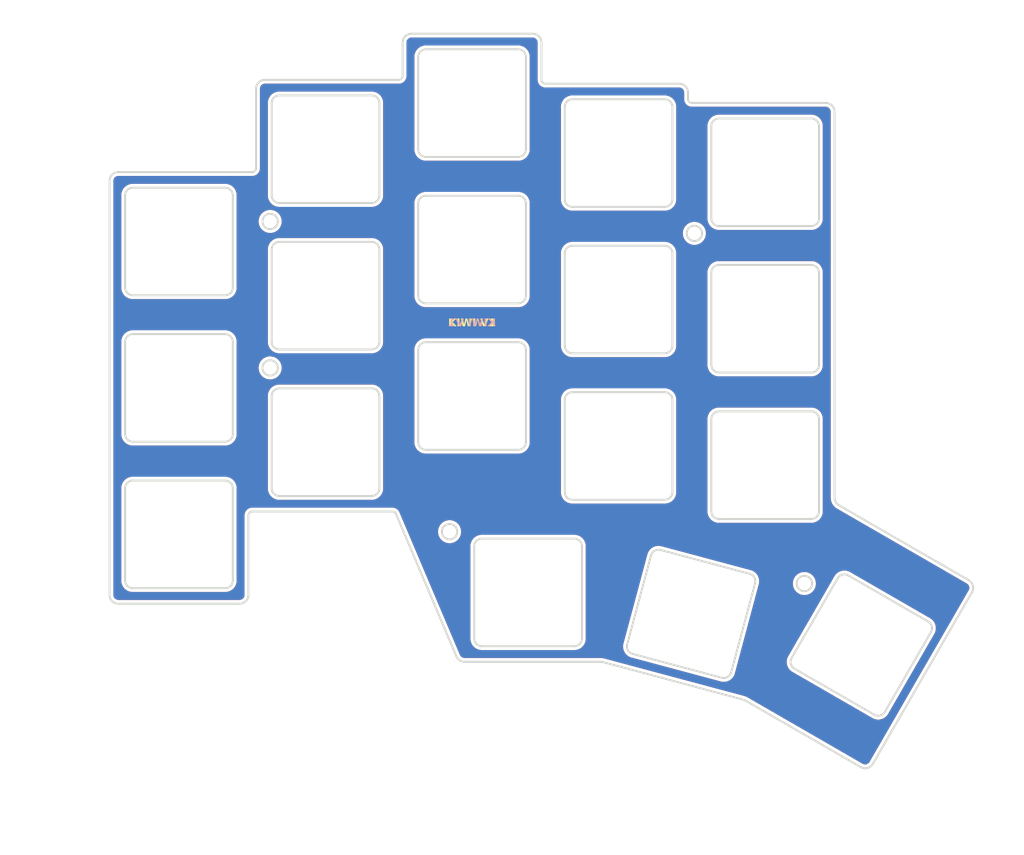
<source format=kicad_pcb>
(kicad_pcb (version 20240108) (generator "pcbnew") (generator_version "8.0")
  (layers (0 "F.Cu" signal) (31 "B.Cu" signal) (34 "B.Paste" user) (35 "F.Paste" user) (36 "B.SilkS" user "B.Silkscreen") (37 "F.SilkS" user "F.Silkscreen") (38 "B.Mask" user) (39 "F.Mask" user) (44 "Edge.Cuts" user))
  (net 0 "")
  (gr_arc (start 113.026532 58.889338) (mid 113.733638 59.182231) (end 114.026531 59.889337) (stroke (width 0.254)) (layer "Edge.Cuts"))
  (gr_line (start 101.02653 77.939338) (end 113.026532 77.939338) (stroke (width 0.254)) (layer "Edge.Cuts"))
  (gr_arc (start 93.976532 89.939338) (mid 94.683638 90.232231) (end 94.976531 90.939337) (stroke (width 0.254)) (layer "Edge.Cuts"))
  (gr_arc (start 80.976531 71.889337) (mid 81.269424 71.182231) (end 81.97653 70.889338) (stroke (width 0.254)) (layer "Edge.Cuts"))
  (gr_line (start 81.97653 108.989338) (end 93.976532 108.989338) (stroke (width 0.254)) (layer "Edge.Cuts"))
  (gr_line (start 133.076531 53.889338) (end 133.076531 65.88934) (stroke (width 0.254)) (layer "Edge.Cuts"))
  (gr_arc (start 125.099039 132.564338) (mid 124.464052 132.373134) (end 124.040217 131.863103) (stroke (width 0.254)) (layer "Edge.Cuts"))
  (gr_arc (start 94.976531 83.88934) (mid 94.683638 84.596445) (end 93.976533 84.889338) (stroke (width 0.254)) (layer "Edge.Cuts"))
  (gr_arc (start 173.776486 112.209325) (mid 173.355579 111.788406) (end 173.201531 111.213422) (stroke (width 0.254)) (layer "Edge.Cuts"))
  (gr_line (start 138.126531 91.429595) (end 138.126531 79.43926) (stroke (width 0.254)) (layer "Edge.Cuts"))
  (gr_arc (start 138.126531 60.38926) (mid 138.419401 59.68221) (end 139.126451 59.389338) (stroke (width 0.254)) (layer "Edge.Cuts"))
  (gr_line (start 157.176531 93.929595) (end 157.176531 81.93929) (stroke (width 0.254)) (layer "Edge.Cuts"))
  (gr_arc (start 120.07653 104.989338) (mid 119.369424 104.696445) (end 119.076531 103.989339) (stroke (width 0.254)) (layer "Edge.Cuts"))
  (gr_circle (center 99.830531 94.334338) (end 100.830531 94.334338) (stroke (width 0.254)) (fill none) (layer "Edge.Cuts"))
  (gr_arc (start 93.976532 70.889338) (mid 94.683638 71.182231) (end 94.976531 71.889337) (stroke (width 0.254)) (layer "Edge.Cuts"))
  (gr_arc (start 133.076531 103.98934) (mid 132.783638 104.696447) (end 132.076531 104.98934) (stroke (width 0.254)) (layer "Edge.Cuts"))
  (gr_arc (start 132.076531 52.889338) (mid 132.783621 53.182234) (end 133.076531 53.889338) (stroke (width 0.254)) (layer "Edge.Cuts"))
  (gr_line (start 120.07653 90.989338) (end 132.076531 90.989338) (stroke (width 0.254)) (layer "Edge.Cuts"))
  (gr_arc (start 81.97653 84.889338) (mid 81.269424 84.596445) (end 80.976531 83.88934) (stroke (width 0.254)) (layer "Edge.Cuts"))
  (gr_line (start 119.076531 65.88934) (end 119.076531 53.889337) (stroke (width 0.254)) (layer "Edge.Cuts"))
  (gr_line (start 138.126531 72.379595) (end 138.126531 60.38926) (stroke (width 0.254)) (layer "Edge.Cuts"))
  (gr_circle (center 169.280531 122.384338) (end 170.280531 122.384338) (stroke (width 0.254)) (fill none) (layer "Edge.Cuts"))
  (gr_arc (start 179.73874 139.085438) (mid 179.12749 139.552468) (end 178.365459 139.447345) (stroke (width 0.254)) (layer "Edge.Cuts"))
  (gr_arc (start 161.226919 137.460754) (mid 161.474672 137.544855) (end 161.709331 137.660568) (stroke (width 0.254)) (layer "Edge.Cuts"))
  (gr_arc (start 159.765105 133.936595) (mid 159.299181 134.543782) (end 158.540353 134.643733) (stroke (width 0.254)) (layer "Edge.Cuts"))
  (gr_arc (start 157.176531 81.93929) (mid 157.46943 81.232219) (end 158.176531 80.939338) (stroke (width 0.254)) (layer "Edge.Cuts"))
  (gr_line (start 80.976531 83.88934) (end 80.976531 71.889337) (stroke (width 0.254)) (layer "Edge.Cuts"))
  (gr_line (start 80.976531 121.98934) (end 80.976531 109.989337) (stroke (width 0.254)) (layer "Edge.Cuts"))
  (gr_arc (start 157.176531 100.98929) (mid 157.46943 100.282219) (end 158.176531 99.989338) (stroke (width 0.254)) (layer "Edge.Cuts"))
  (gr_arc (start 151.126531 59.389338) (mid 151.833621 59.682234) (end 152.126531 60.389338) (stroke (width 0.254)) (layer "Edge.Cuts"))
  (gr_arc (start 157.176531 62.88929) (mid 157.46943 62.182219) (end 158.176531 61.889338) (stroke (width 0.254)) (layer "Edge.Cuts"))
  (gr_arc (start 117.051531 52.014338) (mid 117.388358 51.201165) (end 118.201531 50.864338) (stroke (width 0.254)) (layer "Edge.Cuts"))
  (gr_arc (start 114.026531 71.88934) (mid 113.733638 72.596445) (end 113.026533 72.889338) (stroke (width 0.254)) (layer "Edge.Cuts"))
  (gr_arc (start 133.076531 84.93934) (mid 132.783638 85.646447) (end 132.076531 85.93934) (stroke (width 0.254)) (layer "Edge.Cuts"))
  (gr_arc (start 80.976531 90.939337) (mid 81.269424 90.232231) (end 81.976531 89.939338) (stroke (width 0.254)) (layer "Edge.Cuts"))
  (gr_arc (start 101.02653 91.939338) (mid 100.319424 91.646445) (end 100.026531 90.93934) (stroke (width 0.254)) (layer "Edge.Cuts"))
  (gr_arc (start 101.02653 110.999338) (mid 100.319424 110.706445) (end 100.026531 109.999339) (stroke (width 0.254)) (layer "Edge.Cuts"))
  (gr_line (start 132.076531 66.889338) (end 120.07653 66.889338) (stroke (width 0.254)) (layer "Edge.Cuts"))
  (gr_arc (start 94.976531 102.93934) (mid 94.683638 103.646445) (end 93.976533 103.939338) (stroke (width 0.254)) (layer "Edge.Cuts"))
  (gr_line (start 93.976533 103.939338) (end 81.97653 103.939338) (stroke (width 0.254)) (layer "Edge.Cuts"))
  (gr_line (start 170.166332 94.939338) (end 158.176531 94.939338) (stroke (width 0.254)) (layer "Edge.Cuts"))
  (gr_line (start 158.176531 99.989338) (end 170.176431 99.989338) (stroke (width 0.254)) (layer "Edge.Cuts"))
  (gr_arc (start 97.001531 113.514339) (mid 97.147978 113.160785) (end 97.501532 113.014338) (stroke (width 0.254)) (layer "Edge.Cuts"))
  (gr_line (start 146.243166 130.309315) (end 149.347955 118.722084) (stroke (width 0.254)) (layer "Edge.Cuts"))
  (gr_line (start 81.97653 70.889338) (end 93.976532 70.889338) (stroke (width 0.254)) (layer "Edge.Cuts"))
  (gr_line (start 80.976531 102.93934) (end 80.976531 90.939337) (stroke (width 0.254)) (layer "Edge.Cuts"))
  (gr_line (start 97.001531 123.864339) (end 97.001531 113.514339) (stroke (width 0.254)) (layer "Edge.Cuts"))
  (gr_arc (start 127.362531 130.539338) (mid 126.655426 130.246445) (end 126.362531 129.53934) (stroke (width 0.254)) (layer "Edge.Cuts"))
  (gr_arc (start 162.163846 121.120779) (mid 162.772315 121.588907) (end 162.869611 122.350426) (stroke (width 0.254)) (layer "Edge.Cuts"))
  (gr_line (start 132.076531 104.98934) (end 132.076531 104.989338) (stroke (width 0.254)) (layer "Edge.Cuts"))
  (gr_arc (start 80.10153 125.014338) (mid 79.288358 124.677511) (end 78.951531 123.864339) (stroke (width 0.254)) (layer "Edge.Cuts"))
  (gr_line (start 170.166332 113.989338) (end 158.176531 113.989338) (stroke (width 0.254)) (layer "Edge.Cuts"))
  (gr_arc (start 133.076531 65.88934) (mid 132.783638 66.596447) (end 132.076531 66.88934) (stroke (width 0.254)) (layer "Edge.Cuts"))
  (gr_line (start 97.501529 68.864338) (end 80.101531 68.864338) (stroke (width 0.254)) (layer "Edge.Cuts"))
  (gr_arc (start 138.126531 79.43926) (mid 138.419401 78.73221) (end 139.126451 78.439338) (stroke (width 0.254)) (layer "Edge.Cuts"))
  (gr_line (start 113.026533 91.939338) (end 101.02653 91.939338) (stroke (width 0.254)) (layer "Edge.Cuts"))
  (gr_line (start 157.176531 112.979595) (end 157.176531 100.98929) (stroke (width 0.254)) (layer "Edge.Cuts"))
  (gr_line (start 114.026531 97.999337) (end 114.026531 109.99934) (stroke (width 0.254)) (layer "Edge.Cuts"))
  (gr_arc (start 94.976531 121.98934) (mid 94.683638 122.696445) (end 93.976533 122.989338) (stroke (width 0.254)) (layer "Edge.Cuts"))
  (gr_line (start 151.116332 73.389338) (end 139.126531 73.389338) (stroke (width 0.254)) (layer "Edge.Cuts"))
  (gr_line (start 113.026533 72.889338) (end 101.02653 72.889338) (stroke (width 0.254)) (layer "Edge.Cuts"))
  (gr_line (start 120.07653 52.889338) (end 132.076531 52.889338) (stroke (width 0.254)) (layer "Edge.Cuts"))
  (gr_arc (start 151.126531 78.439338) (mid 151.833621 78.732234) (end 152.126531 79.439338) (stroke (width 0.254)) (layer "Edge.Cuts"))
  (gr_line (start 100.026531 71.88934) (end 100.026531 59.889337) (stroke (width 0.254)) (layer "Edge.Cuts"))
  (gr_line (start 133.076531 72.939338) (end 133.076531 84.93934) (stroke (width 0.254)) (layer "Edge.Cuts"))
  (gr_arc (start 173.614321 121.693241) (mid 174.225571 121.226211) (end 174.987604 121.331332) (stroke (width 0.254)) (layer "Edge.Cuts"))
  (gr_line (start 116.551529 56.864338) (end 99.151531 56.864338) (stroke (width 0.254)) (layer "Edge.Cuts"))
  (gr_line (start 191.065565 123.519093) (end 191.065577 123.5191) (stroke (width 0.254)) (layer "Edge.Cuts"))
  (gr_line (start 152.126531 60.389338) (end 152.126531 72.38929) (stroke (width 0.254)) (layer "Edge.Cuts"))
  (gr_line (start 117.051531 52.014338) (end 117.051531 56.364337) (stroke (width 0.254)) (layer "Edge.Cuts"))
  (gr_arc (start 171.176531 112.98929) (mid 170.88 113.7) (end 170.166332 113.989338) (stroke (width 0.254)) (layer "Edge.Cuts"))
  (gr_line (start 113.026533 110.999338) (end 101.02653 110.999338) (stroke (width 0.254)) (layer "Edge.Cuts"))
  (gr_line (start 100.026531 109.999339) (end 100.026531 97.999337) (stroke (width 0.254)) (layer "Edge.Cuts"))
  (gr_arc (start 138.126531 98.48926) (mid 138.419401 97.78221) (end 139.126451 97.489338) (stroke (width 0.254)) (layer "Edge.Cuts"))
  (gr_arc (start 170.176431 99.989338) (mid 170.887206 100.285855) (end 171.176531 100.999588) (stroke (width 0.254)) (layer "Edge.Cuts"))
  (gr_line (start 178.365459 139.447345) (end 167.980343 133.451495) (stroke (width 0.254)) (layer "Edge.Cuts"))
  (gr_arc (start 135.601531 57.364338) (mid 135.245528 57.215445) (end 135.101531 56.857435) (stroke (width 0.254)) (layer "Edge.Cuts"))
  (gr_arc (start 153.001531 57.364338) (mid 153.814687 57.701168) (end 154.151531 58.514338) (stroke (width 0.254)) (layer "Edge.Cuts"))
  (gr_line (start 173.201531 111.213422) (end 173.201531 61.003454) (stroke (width 0.254)) (layer "Edge.Cuts"))
  (gr_line (start 158.540353 134.643733) (end 146.949217 131.537898) (stroke (width 0.254)) (layer "Edge.Cuts"))
  (gr_line (start 170.166332 75.889338) (end 158.176531 75.889338) (stroke (width 0.254)) (layer "Edge.Cuts"))
  (gr_line (start 139.126451 97.489338) (end 151.126531 97.489338) (stroke (width 0.254)) (layer "Edge.Cuts"))
  (gr_line (start 190.644634 121.948155) (end 173.776486 112.209325) (stroke (width 0.254)) (layer "Edge.Cuts"))
  (gr_line (start 150.572709 118.014943) (end 162.163846 121.120779) (stroke (width 0.254)) (layer "Edge.Cuts"))
  (gr_line (start 135.101531 56.857435) (end 135.101531 52.014338) (stroke (width 0.254)) (layer "Edge.Cuts"))
  (gr_arc (start 100.026531 97.999337) (mid 100.319424 97.292231) (end 101.02653 96.999338) (stroke (width 0.254)) (layer "Edge.Cuts"))
  (gr_circle (center 99.830531 75.284338) (end 100.830531 75.284338) (stroke (width 0.254)) (fill none) (layer "Edge.Cuts"))
  (gr_arc (start 142.689931 132.564338) (mid 142.95364 132.581794) (end 143.212744 132.633869) (stroke (width 0.254)) (layer "Edge.Cuts"))
  (gr_arc (start 120.07653 85.939338) (mid 119.369424 85.646445) (end 119.076531 84.939339) (stroke (width 0.254)) (layer "Edge.Cuts"))
  (gr_line (start 94.976531 71.889337) (end 94.976531 83.88934) (stroke (width 0.254)) (layer "Edge.Cuts"))
  (gr_arc (start 152.126531 91.43929) (mid 151.83 92.15) (end 151.116332 92.439338) (stroke (width 0.254)) (layer "Edge.Cuts"))
  (gr_line (start 140.362531 117.539338) (end 140.362531 129.53926) (stroke (width 0.254)) (layer "Edge.Cuts"))
  (gr_line (start 152.126531 98.489338) (end 152.126531 110.48929) (stroke (width 0.254)) (layer "Edge.Cuts"))
  (gr_line (start 162.869611 122.350426) (end 159.765105 133.936595) (stroke (width 0.254)) (layer "Edge.Cuts"))
  (gr_arc (start 151.126531 97.489338) (mid 151.833621 97.782234) (end 152.126531 98.489338) (stroke (width 0.254)) (layer "Edge.Cuts"))
  (gr_arc (start 171.176531 74.88929) (mid 170.88 75.6) (end 170.166332 75.889338) (stroke (width 0.254)) (layer "Edge.Cuts"))
  (gr_arc (start 158.176531 75.889338) (mid 157.465971 75.592995) (end 157.176531 74.879595) (stroke (width 0.254)) (layer "Edge.Cuts"))
  (gr_arc (start 101.02653 72.889338) (mid 100.319424 72.596445) (end 100.026531 71.88934) (stroke (width 0.254)) (layer "Edge.Cuts"))
  (gr_line (start 116.180752 113.319226) (end 124.040217 131.863103) (stroke (width 0.254)) (layer "Edge.Cuts"))
  (gr_circle (center 123.155531 115.642338) (end 124.155531 115.642338) (stroke (width 0.254)) (fill none) (layer "Edge.Cuts"))
  (gr_line (start 167.617341 132.080316) (end 173.614321 121.693241) (stroke (width 0.254)) (layer "Edge.Cuts"))
  (gr_line (start 158.176531 61.889338) (end 170.176531 61.889338) (stroke (width 0.254)) (layer "Edge.Cuts"))
  (gr_line (start 178.178079 145.840901) (end 191.065577 123.5191) (stroke (width 0.254)) (layer "Edge.Cuts"))
  (gr_arc (start 167.980343 133.451495) (mid 167.513656 132.841405) (end 167.617341 132.080316) (stroke (width 0.254)) (layer "Edge.Cuts"))
  (gr_line (start 94.976531 90.939337) (end 94.976531 102.93934) (stroke (width 0.254)) (layer "Edge.Cuts"))
  (gr_arc (start 119.076531 91.989337) (mid 119.369424 91.282231) (end 120.07653 90.989338) (stroke (width 0.254)) (layer "Edge.Cuts"))
  (gr_line (start 151.116332 92.439338) (end 139.126531 92.439338) (stroke (width 0.254)) (layer "Edge.Cuts"))
  (gr_arc (start 172.051431 59.864338) (mid 172.8608 60.197317) (end 173.201531 61.003454) (stroke (width 0.254)) (layer "Edge.Cuts"))
  (gr_arc (start 100.026531 59.889337) (mid 100.319424 59.182231) (end 101.026531 58.889338) (stroke (width 0.254)) (layer "Edge.Cuts"))
  (gr_arc (start 114.026531 90.93934) (mid 113.733638 91.646445) (end 113.026533 91.939338) (stroke (width 0.254)) (layer "Edge.Cuts"))
  (gr_line (start 139.362451 130.539338) (end 127.362531 130.539338) (stroke (width 0.254)) (layer "Edge.Cuts"))
  (gr_arc (start 119.076531 53.889337) (mid 119.369424 53.182231) (end 120.07653 52.889338) (stroke (width 0.254)) (layer "Edge.Cuts"))
  (gr_line (start 93.976533 122.989338) (end 81.97653 122.989338) (stroke (width 0.254)) (layer "Edge.Cuts"))
  (gr_line (start 93.976533 84.889338) (end 81.97653 84.889338) (stroke (width 0.254)) (layer "Edge.Cuts"))
  (gr_line (start 154.151531 59.364338) (end 154.151531 58.514338) (stroke (width 0.254)) (layer "Edge.Cuts"))
  (gr_arc (start 154.651531 59.864338) (mid 154.297996 59.717888) (end 154.151531 59.364338) (stroke (width 0.254)) (layer "Edge.Cuts"))
  (gr_arc (start 132.076531 71.939338) (mid 132.783621 72.232234) (end 133.076531 72.939338) (stroke (width 0.254)) (layer "Edge.Cuts"))
  (gr_arc (start 132.076531 90.989338) (mid 132.783621 91.282234) (end 133.076531 91.989338) (stroke (width 0.254)) (layer "Edge.Cuts"))
  (gr_arc (start 113.026532 77.939338) (mid 113.733638 78.232231) (end 114.026531 78.939337) (stroke (width 0.254)) (layer "Edge.Cuts"))
  (gr_line (start 97.501532 113.014338) (end 115.72039 113.014338) (stroke (width 0.254)) (layer "Edge.Cuts"))
  (gr_circle (center 154.980531 76.834338) (end 155.980531 76.834338) (stroke (width 0.254)) (fill none) (layer "Edge.Cuts"))
  (gr_line (start 151.116332 111.489338) (end 139.126531 111.489338) (stroke (width 0.254)) (layer "Edge.Cuts"))
  (gr_arc (start 171.176531 93.93929) (mid 170.88 94.65) (end 170.166332 94.939338) (stroke (width 0.254)) (layer "Edge.Cuts"))
  (gr_line (start 171.176531 81.949588) (end 171.176531 93.93929) (stroke (width 0.254)) (layer "Edge.Cuts"))
  (gr_arc (start 158.176531 113.989338) (mid 157.465971 113.692995) (end 157.176531 112.979595) (stroke (width 0.254)) (layer "Edge.Cuts"))
  (gr_arc (start 178.178079 145.840901) (mid 177.483365 146.375759) (end 176.613566 146.265531) (stroke (width 0.254)) (layer "Edge.Cuts"))
  (gr_line (start 174.987604 121.331332) (end 185.372721 127.327182) (stroke (width 0.254)) (layer "Edge.Cuts"))
  (gr_arc (start 158.176531 94.939338) (mid 157.465971 94.642995) (end 157.176531 93.929595) (stroke (width 0.254)) (layer "Edge.Cuts"))
  (gr_arc (start 149.347955 118.722084) (mid 149.813879 118.114896) (end 150.572709 118.014943) (stroke (width 0.254)) (layer "Edge.Cuts"))
  (gr_arc (start 113.026532 96.999338) (mid 113.733638 97.292231) (end 114.026531 97.999337) (stroke (width 0.254)) (layer "Edge.Cuts"))
  (gr_line (start 133.951531 50.864338) (end 118.201531 50.864338) (stroke (width 0.254)) (layer "Edge.Cuts"))
  (gr_line (start 153.001531 57.364338) (end 135.601531 57.364338) (stroke (width 0.254)) (layer "Edge.Cuts"))
  (gr_arc (start 97.001531 123.864339) (mid 96.664704 124.677511) (end 95.851533 125.014338) (stroke (width 0.254)) (layer "Edge.Cuts"))
  (gr_arc (start 140.362531 129.53926) (mid 140.069614 130.246423) (end 139.362451 130.539338) (stroke (width 0.254)) (layer "Edge.Cuts"))
  (gr_line (start 172.051431 59.864338) (end 154.651531 59.864338) (stroke (width 0.254)) (layer "Edge.Cuts"))
  (gr_line (start 132.076531 66.88934) (end 132.076531 66.889338) (stroke (width 0.254)) (layer "Edge.Cuts"))
  (gr_line (start 101.02653 96.999338) (end 113.026532 96.999338) (stroke (width 0.254)) (layer "Edge.Cuts"))
  (gr_arc (start 170.176531 80.939338) (mid 170.887242 81.235891) (end 171.176531 81.949588) (stroke (width 0.254)) (layer "Edge.Cuts"))
  (gr_line (start 114.026531 78.939337) (end 114.026531 90.93934) (stroke (width 0.254)) (layer "Edge.Cuts"))
  (gr_arc (start 117.051531 56.364337) (mid 116.905084 56.717891) (end 116.551529 56.864338) (stroke (width 0.254)) (layer "Edge.Cuts"))
  (gr_line (start 132.076531 104.989338) (end 120.07653 104.989338) (stroke (width 0.254)) (layer "Edge.Cuts"))
  (gr_arc (start 80.976531 109.989337) (mid 81.269424 109.282231) (end 81.97653 108.989338) (stroke (width 0.254)) (layer "Edge.Cuts"))
  (gr_line (start 161.709331 137.660568) (end 176.613566 146.265531) (stroke (width 0.254)) (layer "Edge.Cuts"))
  (gr_arc (start 190.644634 121.948155) (mid 191.180452 122.646446) (end 191.065565 123.519093) (stroke (width 0.254)) (layer "Edge.Cuts"))
  (gr_arc (start 139.126531 111.489338) (mid 138.415971 111.192995) (end 138.126531 110.479595) (stroke (width 0.254)) (layer "Edge.Cuts"))
  (gr_arc (start 98.001531 68.364337) (mid 97.855084 68.717891) (end 97.501529 68.864338) (stroke (width 0.254)) (layer "Edge.Cuts"))
  (gr_line (start 81.976531 89.939338) (end 93.976532 89.939338) (stroke (width 0.254)) (layer "Edge.Cuts"))
  (gr_line (start 80.10153 125.014338) (end 95.851533 125.014338) (stroke (width 0.254)) (layer "Edge.Cuts"))
  (gr_arc (start 81.97653 122.989338) (mid 81.269424 122.696445) (end 80.976531 121.98934) (stroke (width 0.254)) (layer "Edge.Cuts"))
  (gr_line (start 133.076531 91.989338) (end 133.076531 103.98934) (stroke (width 0.254)) (layer "Edge.Cuts"))
  (gr_arc (start 152.126531 72.38929) (mid 151.83 73.1) (end 151.116332 73.389338) (stroke (width 0.254)) (layer "Edge.Cuts"))
  (gr_line (start 185.735328 128.699041) (end 179.73874 139.085438) (stroke (width 0.254)) (layer "Edge.Cuts"))
  (gr_line (start 127.362535 116.539338) (end 139.362531 116.539338) (stroke (width 0.254)) (layer "Edge.Cuts"))
  (gr_line (start 119.076531 103.989339) (end 119.076531 91.989337) (stroke (width 0.254)) (layer "Edge.Cuts"))
  (gr_arc (start 170.176531 61.889338) (mid 170.887242 62.185891) (end 171.176531 62.899588) (stroke (width 0.254)) (layer "Edge.Cuts"))
  (gr_arc (start 78.951531 70.014338) (mid 79.288358 69.201165) (end 80.101531 68.864338) (stroke (width 0.254)) (layer "Edge.Cuts"))
  (gr_line (start 132.076531 85.93934) (end 132.076531 85.939338) (stroke (width 0.254)) (layer "Edge.Cuts"))
  (gr_arc (start 100.026531 78.939337) (mid 100.319424 78.232231) (end 101.02653 77.939338) (stroke (width 0.254)) (layer "Edge.Cuts"))
  (gr_arc (start 139.362531 116.539338) (mid 140.069621 116.832234) (end 140.362531 117.539338) (stroke (width 0.254)) (layer "Edge.Cuts"))
  (gr_arc (start 81.97653 103.939338) (mid 81.269424 103.646445) (end 80.976531 102.93934) (stroke (width 0.254)) (layer "Edge.Cuts"))
  (gr_line (start 158.176531 80.939338) (end 170.176531 80.939338) (stroke (width 0.254)) (layer "Edge.Cuts"))
  (gr_line (start 101.026531 58.889338) (end 113.026532 58.889338) (stroke (width 0.254)) (layer "Edge.Cuts"))
  (gr_line (start 100.026531 90.93934) (end 100.026531 78.939337) (stroke (width 0.254)) (layer "Edge.Cuts"))
  (gr_line (start 126.362531 129.53934) (end 126.362531 117.539342) (stroke (width 0.254)) (layer "Edge.Cuts"))
  (gr_arc (start 93.976532 108.989338) (mid 94.683638 109.282231) (end 94.976531 109.989337) (stroke (width 0.254)) (layer "Edge.Cuts"))
  (gr_arc (start 139.126531 92.439338) (mid 138.415971 92.142995) (end 138.126531 91.429595) (stroke (width 0.254)) (layer "Edge.Cuts"))
  (gr_line (start 157.176531 74.879595) (end 157.176531 62.88929) (stroke (width 0.254)) (layer "Edge.Cuts"))
  (gr_line (start 94.976531 109.989337) (end 94.976531 121.98934) (stroke (width 0.254)) (layer "Edge.Cuts"))
  (gr_line (start 98.001531 58.014338) (end 98.001531 68.364337) (stroke (width 0.254)) (layer "Edge.Cuts"))
  (gr_line (start 119.076531 84.939339) (end 119.076531 72.939337) (stroke (width 0.254)) (layer "Edge.Cuts"))
  (gr_line (start 125.099039 132.564338) (end 142.689931 132.564338) (stroke (width 0.254)) (layer "Edge.Cuts"))
  (gr_line (start 152.126531 79.439338) (end 152.126531 91.43929) (stroke (width 0.254)) (layer "Edge.Cuts"))
  (gr_arc (start 120.07653 66.889338) (mid 119.369424 66.596445) (end 119.076531 65.88934) (stroke (width 0.254)) (layer "Edge.Cuts"))
  (gr_line (start 114.026531 59.889337) (end 114.026531 71.88934) (stroke (width 0.254)) (layer "Edge.Cuts"))
  (gr_arc (start 185.372721 127.327182) (mid 185.839509 127.937653) (end 185.735328 128.699041) (stroke (width 0.254)) (layer "Edge.Cuts"))
  (gr_arc (start 119.076531 72.939337) (mid 119.369424 72.232231) (end 120.07653 71.939338) (stroke (width 0.254)) (layer "Edge.Cuts"))
  (gr_line (start 78.951531 70.014338) (end 78.951531 123.864339) (stroke (width 0.254)) (layer "Edge.Cuts"))
  (gr_arc (start 133.951531 50.864338) (mid 134.764687 51.201168) (end 135.101531 52.014338) (stroke (width 0.254)) (layer "Edge.Cuts"))
  (gr_arc (start 139.126531 73.389338) (mid 138.415971 73.092995) (end 138.126531 72.379595) (stroke (width 0.254)) (layer "Edge.Cuts"))
  (gr_arc (start 114.026531 109.99934) (mid 113.733638 110.706445) (end 113.026533 110.999338) (stroke (width 0.254)) (layer "Edge.Cuts"))
  (gr_line (start 139.126451 78.439338) (end 151.126531 78.439338) (stroke (width 0.254)) (layer "Edge.Cuts"))
  (gr_line (start 138.126531 110.479595) (end 138.126531 98.48926) (stroke (width 0.254)) (layer "Edge.Cuts"))
  (gr_arc (start 115.72039 113.014338) (mid 115.996474 113.097471) (end 116.180752 113.319226) (stroke (width 0.254)) (layer "Edge.Cuts"))
  (gr_arc (start 146.949217 131.537898) (mid 146.341024 131.070248) (end 146.243166 130.309315) (stroke (width 0.254)) (layer "Edge.Cuts"))
  (gr_arc (start 152.126531 110.48929) (mid 151.83 111.2) (end 151.116332 111.489338) (stroke (width 0.254)) (layer "Edge.Cuts"))
  (gr_line (start 171.176531 100.999588) (end 171.176531 112.98929) (stroke (width 0.254)) (layer "Edge.Cuts"))
  (gr_arc (start 98.001531 58.014338) (mid 98.338358 57.201165) (end 99.151531 56.864338) (stroke (width 0.254)) (layer "Edge.Cuts"))
  (gr_line (start 171.176531 62.899588) (end 171.176531 74.88929) (stroke (width 0.254)) (layer "Edge.Cuts"))
  (gr_line (start 143.212744 132.633869) (end 161.226919 137.460754) (stroke (width 0.254)) (layer "Edge.Cuts"))
  (gr_line (start 139.126451 59.389338) (end 151.126531 59.389338) (stroke (width 0.254)) (layer "Edge.Cuts"))
  (gr_arc (start 126.362531 117.539342) (mid 126.655425 116.832232) (end 127.362535 116.539338) (stroke (width 0.254)) (layer "Edge.Cuts"))
  (gr_line (start 132.076531 85.939338) (end 120.07653 85.939338) (stroke (width 0.254)) (layer "Edge.Cuts"))
  (gr_line (start 120.07653 71.939338) (end 132.076531 71.939338) (stroke (width 0.254)) (layer "Edge.Cuts"))
  (gr_text "KIWI V1" (at 126.08 88.51 -0) (layer "B.SilkS") (effects (font (size 1 1) (thickness 0.25) (bold yes)) (justify mirror)))
  (gr_text "KIWI V1" (at 126.076531 88.51 0) (layer "F.SilkS") (effects (font (size 1 1) (thickness 0.25) (bold yes))))
  (zone (net 0) (net_name "") (layers "F&B.Cu") (connect_pads (clearance 0.5)) (min_thickness 0.25) (fill yes (thermal_gap 0.5) (thermal_bridge_width 0.5) (island_removal_mode 1) (island_area_min 10))
    (polygon (pts (xy 66.61 47.2) (xy 197.85 46.48) (xy 197.7 157.73) (xy 64.71 150.03)))
  )
)
</source>
